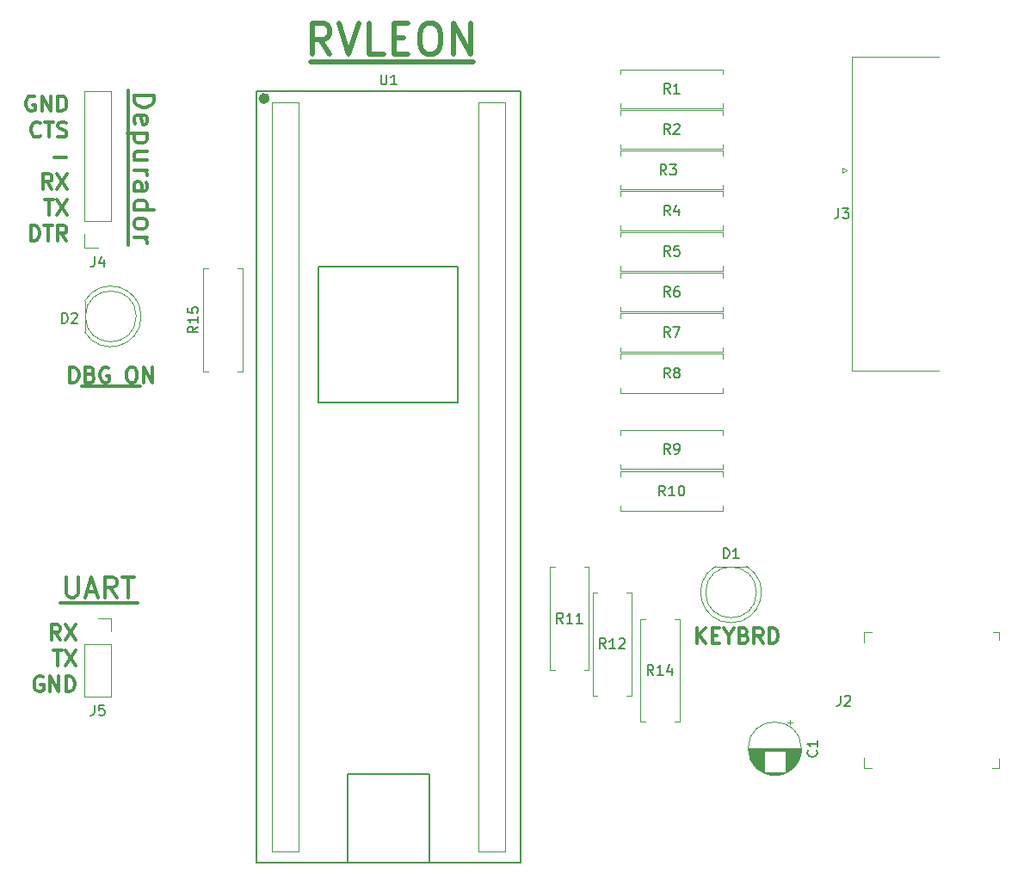
<source format=gbr>
G04 #@! TF.GenerationSoftware,KiCad,Pcbnew,5.0.2-bee76a0~70~ubuntu16.04.1*
G04 #@! TF.CreationDate,2024-02-25T20:47:19-04:00*
G04 #@! TF.ProjectId,leonrv,6c656f6e-7276-42e6-9b69-6361645f7063,rev?*
G04 #@! TF.SameCoordinates,Original*
G04 #@! TF.FileFunction,Legend,Top*
G04 #@! TF.FilePolarity,Positive*
%FSLAX46Y46*%
G04 Gerber Fmt 4.6, Leading zero omitted, Abs format (unit mm)*
G04 Created by KiCad (PCBNEW 5.0.2-bee76a0~70~ubuntu16.04.1) date dom 25 feb 2024 20:47:19 -04*
%MOMM*%
%LPD*%
G01*
G04 APERTURE LIST*
%ADD10C,0.300000*%
%ADD11C,0.200000*%
%ADD12C,0.500000*%
%ADD13C,0.120000*%
%ADD14C,0.100000*%
%ADD15C,0.600000*%
%ADD16C,0.150000*%
G04 APERTURE END LIST*
D10*
X149309523Y-94854761D02*
X149309523Y-96473809D01*
X149404761Y-96664285D01*
X149500000Y-96759523D01*
X149690476Y-96854761D01*
X150071428Y-96854761D01*
X150261904Y-96759523D01*
X150357142Y-96664285D01*
X150452380Y-96473809D01*
X150452380Y-94854761D01*
X151309523Y-96283333D02*
X152261904Y-96283333D01*
X151119047Y-96854761D02*
X151785714Y-94854761D01*
X152452380Y-96854761D01*
X154261904Y-96854761D02*
X153595238Y-95902380D01*
X153119047Y-96854761D02*
X153119047Y-94854761D01*
X153880952Y-94854761D01*
X154071428Y-94950000D01*
X154166666Y-95045238D01*
X154261904Y-95235714D01*
X154261904Y-95521428D01*
X154166666Y-95711904D01*
X154071428Y-95807142D01*
X153880952Y-95902380D01*
X153119047Y-95902380D01*
X154833333Y-94854761D02*
X155976190Y-94854761D01*
X155404761Y-96854761D02*
X155404761Y-94854761D01*
X148690476Y-97420000D02*
X150214285Y-97420000D01*
X150214285Y-97420000D02*
X151738095Y-97420000D01*
X151738095Y-97420000D02*
X153261904Y-97420000D01*
X153261904Y-97420000D02*
X154785714Y-97420000D01*
X154785714Y-97420000D02*
X156309523Y-97420000D01*
X149664285Y-75703571D02*
X149664285Y-74203571D01*
X150021428Y-74203571D01*
X150235714Y-74275000D01*
X150378571Y-74417857D01*
X150450000Y-74560714D01*
X150521428Y-74846428D01*
X150521428Y-75060714D01*
X150450000Y-75346428D01*
X150378571Y-75489285D01*
X150235714Y-75632142D01*
X150021428Y-75703571D01*
X149664285Y-75703571D01*
X151664285Y-74917857D02*
X151878571Y-74989285D01*
X151950000Y-75060714D01*
X152021428Y-75203571D01*
X152021428Y-75417857D01*
X151950000Y-75560714D01*
X151878571Y-75632142D01*
X151735714Y-75703571D01*
X151164285Y-75703571D01*
X151164285Y-74203571D01*
X151664285Y-74203571D01*
X151807142Y-74275000D01*
X151878571Y-74346428D01*
X151950000Y-74489285D01*
X151950000Y-74632142D01*
X151878571Y-74775000D01*
X151807142Y-74846428D01*
X151664285Y-74917857D01*
X151164285Y-74917857D01*
X153450000Y-74275000D02*
X153307142Y-74203571D01*
X153092857Y-74203571D01*
X152878571Y-74275000D01*
X152735714Y-74417857D01*
X152664285Y-74560714D01*
X152592857Y-74846428D01*
X152592857Y-75060714D01*
X152664285Y-75346428D01*
X152735714Y-75489285D01*
X152878571Y-75632142D01*
X153092857Y-75703571D01*
X153235714Y-75703571D01*
X153450000Y-75632142D01*
X153521428Y-75560714D01*
X153521428Y-75060714D01*
X153235714Y-75060714D01*
X155592857Y-74203571D02*
X155878571Y-74203571D01*
X156021428Y-74275000D01*
X156164285Y-74417857D01*
X156235714Y-74703571D01*
X156235714Y-75203571D01*
X156164285Y-75489285D01*
X156021428Y-75632142D01*
X155878571Y-75703571D01*
X155592857Y-75703571D01*
X155450000Y-75632142D01*
X155307142Y-75489285D01*
X155235714Y-75203571D01*
X155235714Y-74703571D01*
X155307142Y-74417857D01*
X155450000Y-74275000D01*
X155592857Y-74203571D01*
X156878571Y-75703571D02*
X156878571Y-74203571D01*
X157735714Y-75703571D01*
X157735714Y-74203571D01*
X150842857Y-76105000D02*
X151985714Y-76105000D01*
X151985714Y-76105000D02*
X153128571Y-76105000D01*
X153128571Y-76105000D02*
X154271428Y-76105000D01*
X154271428Y-76105000D02*
X155414285Y-76105000D01*
X155414285Y-76105000D02*
X156557142Y-76105000D01*
D11*
X174100000Y-77700000D02*
X174100000Y-64300000D01*
X187800000Y-64300000D02*
X174100000Y-64300000D01*
X187800000Y-77700000D02*
X187800000Y-64300000D01*
X174100000Y-77700000D02*
X187800000Y-77700000D01*
D10*
X211335714Y-101378571D02*
X211335714Y-99878571D01*
X212192857Y-101378571D02*
X211550000Y-100521428D01*
X212192857Y-99878571D02*
X211335714Y-100735714D01*
X212835714Y-100592857D02*
X213335714Y-100592857D01*
X213550000Y-101378571D02*
X212835714Y-101378571D01*
X212835714Y-99878571D01*
X213550000Y-99878571D01*
X214478571Y-100664285D02*
X214478571Y-101378571D01*
X213978571Y-99878571D02*
X214478571Y-100664285D01*
X214978571Y-99878571D01*
X215978571Y-100592857D02*
X216192857Y-100664285D01*
X216264285Y-100735714D01*
X216335714Y-100878571D01*
X216335714Y-101092857D01*
X216264285Y-101235714D01*
X216192857Y-101307142D01*
X216050000Y-101378571D01*
X215478571Y-101378571D01*
X215478571Y-99878571D01*
X215978571Y-99878571D01*
X216121428Y-99950000D01*
X216192857Y-100021428D01*
X216264285Y-100164285D01*
X216264285Y-100307142D01*
X216192857Y-100450000D01*
X216121428Y-100521428D01*
X215978571Y-100592857D01*
X215478571Y-100592857D01*
X217835714Y-101378571D02*
X217335714Y-100664285D01*
X216978571Y-101378571D02*
X216978571Y-99878571D01*
X217550000Y-99878571D01*
X217692857Y-99950000D01*
X217764285Y-100021428D01*
X217835714Y-100164285D01*
X217835714Y-100378571D01*
X217764285Y-100521428D01*
X217692857Y-100592857D01*
X217550000Y-100664285D01*
X216978571Y-100664285D01*
X218478571Y-101378571D02*
X218478571Y-99878571D01*
X218835714Y-99878571D01*
X219050000Y-99950000D01*
X219192857Y-100092857D01*
X219264285Y-100235714D01*
X219335714Y-100521428D01*
X219335714Y-100735714D01*
X219264285Y-101021428D01*
X219192857Y-101164285D01*
X219050000Y-101307142D01*
X218835714Y-101378571D01*
X218478571Y-101378571D01*
X148690714Y-101028571D02*
X148190714Y-100314285D01*
X147833571Y-101028571D02*
X147833571Y-99528571D01*
X148405000Y-99528571D01*
X148547857Y-99600000D01*
X148619285Y-99671428D01*
X148690714Y-99814285D01*
X148690714Y-100028571D01*
X148619285Y-100171428D01*
X148547857Y-100242857D01*
X148405000Y-100314285D01*
X147833571Y-100314285D01*
X149190714Y-99528571D02*
X150190714Y-101028571D01*
X150190714Y-99528571D02*
X149190714Y-101028571D01*
X147976428Y-102078571D02*
X148833571Y-102078571D01*
X148405000Y-103578571D02*
X148405000Y-102078571D01*
X149190714Y-102078571D02*
X150190714Y-103578571D01*
X150190714Y-102078571D02*
X149190714Y-103578571D01*
X146976428Y-104700000D02*
X146833571Y-104628571D01*
X146619285Y-104628571D01*
X146405000Y-104700000D01*
X146262142Y-104842857D01*
X146190714Y-104985714D01*
X146119285Y-105271428D01*
X146119285Y-105485714D01*
X146190714Y-105771428D01*
X146262142Y-105914285D01*
X146405000Y-106057142D01*
X146619285Y-106128571D01*
X146762142Y-106128571D01*
X146976428Y-106057142D01*
X147047857Y-105985714D01*
X147047857Y-105485714D01*
X146762142Y-105485714D01*
X147690714Y-106128571D02*
X147690714Y-104628571D01*
X148547857Y-106128571D01*
X148547857Y-104628571D01*
X149262142Y-106128571D02*
X149262142Y-104628571D01*
X149619285Y-104628571D01*
X149833571Y-104700000D01*
X149976428Y-104842857D01*
X150047857Y-104985714D01*
X150119285Y-105271428D01*
X150119285Y-105485714D01*
X150047857Y-105771428D01*
X149976428Y-105914285D01*
X149833571Y-106057142D01*
X149619285Y-106128571D01*
X149262142Y-106128571D01*
X155945238Y-47457142D02*
X157945238Y-47457142D01*
X157945238Y-47933333D01*
X157850000Y-48219047D01*
X157659523Y-48409523D01*
X157469047Y-48504761D01*
X157088095Y-48600000D01*
X156802380Y-48600000D01*
X156421428Y-48504761D01*
X156230952Y-48409523D01*
X156040476Y-48219047D01*
X155945238Y-47933333D01*
X155945238Y-47457142D01*
X156040476Y-50219047D02*
X155945238Y-50028571D01*
X155945238Y-49647619D01*
X156040476Y-49457142D01*
X156230952Y-49361904D01*
X156992857Y-49361904D01*
X157183333Y-49457142D01*
X157278571Y-49647619D01*
X157278571Y-50028571D01*
X157183333Y-50219047D01*
X156992857Y-50314285D01*
X156802380Y-50314285D01*
X156611904Y-49361904D01*
X157278571Y-51171428D02*
X155278571Y-51171428D01*
X157183333Y-51171428D02*
X157278571Y-51361904D01*
X157278571Y-51742857D01*
X157183333Y-51933333D01*
X157088095Y-52028571D01*
X156897619Y-52123809D01*
X156326190Y-52123809D01*
X156135714Y-52028571D01*
X156040476Y-51933333D01*
X155945238Y-51742857D01*
X155945238Y-51361904D01*
X156040476Y-51171428D01*
X157278571Y-53838095D02*
X155945238Y-53838095D01*
X157278571Y-52980952D02*
X156230952Y-52980952D01*
X156040476Y-53076190D01*
X155945238Y-53266666D01*
X155945238Y-53552380D01*
X156040476Y-53742857D01*
X156135714Y-53838095D01*
X155945238Y-54790476D02*
X157278571Y-54790476D01*
X156897619Y-54790476D02*
X157088095Y-54885714D01*
X157183333Y-54980952D01*
X157278571Y-55171428D01*
X157278571Y-55361904D01*
X155945238Y-56885714D02*
X156992857Y-56885714D01*
X157183333Y-56790476D01*
X157278571Y-56600000D01*
X157278571Y-56219047D01*
X157183333Y-56028571D01*
X156040476Y-56885714D02*
X155945238Y-56695238D01*
X155945238Y-56219047D01*
X156040476Y-56028571D01*
X156230952Y-55933333D01*
X156421428Y-55933333D01*
X156611904Y-56028571D01*
X156707142Y-56219047D01*
X156707142Y-56695238D01*
X156802380Y-56885714D01*
X155945238Y-58695238D02*
X157945238Y-58695238D01*
X156040476Y-58695238D02*
X155945238Y-58504761D01*
X155945238Y-58123809D01*
X156040476Y-57933333D01*
X156135714Y-57838095D01*
X156326190Y-57742857D01*
X156897619Y-57742857D01*
X157088095Y-57838095D01*
X157183333Y-57933333D01*
X157278571Y-58123809D01*
X157278571Y-58504761D01*
X157183333Y-58695238D01*
X155945238Y-59933333D02*
X156040476Y-59742857D01*
X156135714Y-59647619D01*
X156326190Y-59552380D01*
X156897619Y-59552380D01*
X157088095Y-59647619D01*
X157183333Y-59742857D01*
X157278571Y-59933333D01*
X157278571Y-60219047D01*
X157183333Y-60409523D01*
X157088095Y-60504761D01*
X156897619Y-60600000D01*
X156326190Y-60600000D01*
X156135714Y-60504761D01*
X156040476Y-60409523D01*
X155945238Y-60219047D01*
X155945238Y-59933333D01*
X155945238Y-61457142D02*
X157278571Y-61457142D01*
X156897619Y-61457142D02*
X157088095Y-61552380D01*
X157183333Y-61647619D01*
X157278571Y-61838095D01*
X157278571Y-62028571D01*
X155380000Y-46980952D02*
X155380000Y-48504761D01*
X155380000Y-48504761D02*
X155380000Y-50028571D01*
X155380000Y-50028571D02*
X155380000Y-51552380D01*
X155380000Y-51552380D02*
X155380000Y-53076190D01*
X155380000Y-53076190D02*
X155380000Y-54600000D01*
X155380000Y-54600000D02*
X155380000Y-56123809D01*
X155380000Y-56123809D02*
X155380000Y-57647619D01*
X155380000Y-57647619D02*
X155380000Y-59171428D01*
X155380000Y-59171428D02*
X155380000Y-60695238D01*
X155380000Y-60695238D02*
X155380000Y-62219047D01*
X146176428Y-47575000D02*
X146033571Y-47503571D01*
X145819285Y-47503571D01*
X145605000Y-47575000D01*
X145462142Y-47717857D01*
X145390714Y-47860714D01*
X145319285Y-48146428D01*
X145319285Y-48360714D01*
X145390714Y-48646428D01*
X145462142Y-48789285D01*
X145605000Y-48932142D01*
X145819285Y-49003571D01*
X145962142Y-49003571D01*
X146176428Y-48932142D01*
X146247857Y-48860714D01*
X146247857Y-48360714D01*
X145962142Y-48360714D01*
X146890714Y-49003571D02*
X146890714Y-47503571D01*
X147747857Y-49003571D01*
X147747857Y-47503571D01*
X148462142Y-49003571D02*
X148462142Y-47503571D01*
X148819285Y-47503571D01*
X149033571Y-47575000D01*
X149176428Y-47717857D01*
X149247857Y-47860714D01*
X149319285Y-48146428D01*
X149319285Y-48360714D01*
X149247857Y-48646428D01*
X149176428Y-48789285D01*
X149033571Y-48932142D01*
X148819285Y-49003571D01*
X148462142Y-49003571D01*
X146747857Y-51410714D02*
X146676428Y-51482142D01*
X146462142Y-51553571D01*
X146319285Y-51553571D01*
X146105000Y-51482142D01*
X145962142Y-51339285D01*
X145890714Y-51196428D01*
X145819285Y-50910714D01*
X145819285Y-50696428D01*
X145890714Y-50410714D01*
X145962142Y-50267857D01*
X146105000Y-50125000D01*
X146319285Y-50053571D01*
X146462142Y-50053571D01*
X146676428Y-50125000D01*
X146747857Y-50196428D01*
X147176428Y-50053571D02*
X148033571Y-50053571D01*
X147605000Y-51553571D02*
X147605000Y-50053571D01*
X148462142Y-51482142D02*
X148676428Y-51553571D01*
X149033571Y-51553571D01*
X149176428Y-51482142D01*
X149247857Y-51410714D01*
X149319285Y-51267857D01*
X149319285Y-51125000D01*
X149247857Y-50982142D01*
X149176428Y-50910714D01*
X149033571Y-50839285D01*
X148747857Y-50767857D01*
X148605000Y-50696428D01*
X148533571Y-50625000D01*
X148462142Y-50482142D01*
X148462142Y-50339285D01*
X148533571Y-50196428D01*
X148605000Y-50125000D01*
X148747857Y-50053571D01*
X149105000Y-50053571D01*
X149319285Y-50125000D01*
X148105000Y-53532142D02*
X149247857Y-53532142D01*
X147890714Y-56653571D02*
X147390714Y-55939285D01*
X147033571Y-56653571D02*
X147033571Y-55153571D01*
X147605000Y-55153571D01*
X147747857Y-55225000D01*
X147819285Y-55296428D01*
X147890714Y-55439285D01*
X147890714Y-55653571D01*
X147819285Y-55796428D01*
X147747857Y-55867857D01*
X147605000Y-55939285D01*
X147033571Y-55939285D01*
X148390714Y-55153571D02*
X149390714Y-56653571D01*
X149390714Y-55153571D02*
X148390714Y-56653571D01*
X147176428Y-57703571D02*
X148033571Y-57703571D01*
X147605000Y-59203571D02*
X147605000Y-57703571D01*
X148390714Y-57703571D02*
X149390714Y-59203571D01*
X149390714Y-57703571D02*
X148390714Y-59203571D01*
X145819285Y-61753571D02*
X145819285Y-60253571D01*
X146176428Y-60253571D01*
X146390714Y-60325000D01*
X146533571Y-60467857D01*
X146605000Y-60610714D01*
X146676428Y-60896428D01*
X146676428Y-61110714D01*
X146605000Y-61396428D01*
X146533571Y-61539285D01*
X146390714Y-61682142D01*
X146176428Y-61753571D01*
X145819285Y-61753571D01*
X147105000Y-60253571D02*
X147962142Y-60253571D01*
X147533571Y-61753571D02*
X147533571Y-60253571D01*
X149319285Y-61753571D02*
X148819285Y-61039285D01*
X148462142Y-61753571D02*
X148462142Y-60253571D01*
X149033571Y-60253571D01*
X149176428Y-60325000D01*
X149247857Y-60396428D01*
X149319285Y-60539285D01*
X149319285Y-60753571D01*
X149247857Y-60896428D01*
X149176428Y-60967857D01*
X149033571Y-61039285D01*
X148462142Y-61039285D01*
D12*
X175228571Y-43357142D02*
X174228571Y-41928571D01*
X173514285Y-43357142D02*
X173514285Y-40357142D01*
X174657142Y-40357142D01*
X174942857Y-40500000D01*
X175085714Y-40642857D01*
X175228571Y-40928571D01*
X175228571Y-41357142D01*
X175085714Y-41642857D01*
X174942857Y-41785714D01*
X174657142Y-41928571D01*
X173514285Y-41928571D01*
X176085714Y-40357142D02*
X177085714Y-43357142D01*
X178085714Y-40357142D01*
X180514285Y-43357142D02*
X179085714Y-43357142D01*
X179085714Y-40357142D01*
X181514285Y-41785714D02*
X182514285Y-41785714D01*
X182942857Y-43357142D02*
X181514285Y-43357142D01*
X181514285Y-40357142D01*
X182942857Y-40357142D01*
X184800000Y-40357142D02*
X185371428Y-40357142D01*
X185657142Y-40500000D01*
X185942857Y-40785714D01*
X186085714Y-41357142D01*
X186085714Y-42357142D01*
X185942857Y-42928571D01*
X185657142Y-43214285D01*
X185371428Y-43357142D01*
X184800000Y-43357142D01*
X184514285Y-43214285D01*
X184228571Y-42928571D01*
X184085714Y-42357142D01*
X184085714Y-41357142D01*
X184228571Y-40785714D01*
X184514285Y-40500000D01*
X184800000Y-40357142D01*
X187371428Y-43357142D02*
X187371428Y-40357142D01*
X189085714Y-43357142D01*
X189085714Y-40357142D01*
X173300000Y-44190000D02*
X175585714Y-44190000D01*
X175585714Y-44190000D02*
X177871428Y-44190000D01*
X177871428Y-44190000D02*
X180157142Y-44190000D01*
X180157142Y-44190000D02*
X182442857Y-44190000D01*
X182442857Y-44190000D02*
X184728571Y-44190000D01*
X184728571Y-44190000D02*
X187014285Y-44190000D01*
X187014285Y-44190000D02*
X189300000Y-44190000D01*
D13*
G04 #@! TO.C,J3*
X235150000Y-74585000D02*
X226550000Y-74585000D01*
X226550000Y-74585000D02*
X226550000Y-43615000D01*
X226550000Y-43615000D02*
X235150000Y-43615000D01*
X225655662Y-55035000D02*
X225655662Y-54535000D01*
X225655662Y-54535000D02*
X226088675Y-54785000D01*
X226088675Y-54785000D02*
X225655662Y-55035000D01*
G04 #@! TO.C,R1*
X213920000Y-48720000D02*
X213920000Y-48240000D01*
X203780000Y-48720000D02*
X213920000Y-48720000D01*
X203780000Y-48240000D02*
X203780000Y-48720000D01*
X213920000Y-44880000D02*
X213920000Y-45360000D01*
X203780000Y-44880000D02*
X213920000Y-44880000D01*
X203780000Y-45360000D02*
X203780000Y-44880000D01*
G04 #@! TO.C,R3*
X203780000Y-53360000D02*
X203780000Y-52880000D01*
X203780000Y-52880000D02*
X213920000Y-52880000D01*
X213920000Y-52880000D02*
X213920000Y-53360000D01*
X203780000Y-56240000D02*
X203780000Y-56720000D01*
X203780000Y-56720000D02*
X213920000Y-56720000D01*
X213920000Y-56720000D02*
X213920000Y-56240000D01*
G04 #@! TO.C,R2*
X213920000Y-52720000D02*
X213920000Y-52240000D01*
X203780000Y-52720000D02*
X213920000Y-52720000D01*
X203780000Y-52240000D02*
X203780000Y-52720000D01*
X213920000Y-48880000D02*
X213920000Y-49360000D01*
X203780000Y-48880000D02*
X213920000Y-48880000D01*
X203780000Y-49360000D02*
X203780000Y-48880000D01*
G04 #@! TO.C,R9*
X203780000Y-80860000D02*
X203780000Y-80380000D01*
X203780000Y-80380000D02*
X213920000Y-80380000D01*
X213920000Y-80380000D02*
X213920000Y-80860000D01*
X203780000Y-83740000D02*
X203780000Y-84220000D01*
X203780000Y-84220000D02*
X213920000Y-84220000D01*
X213920000Y-84220000D02*
X213920000Y-83740000D01*
G04 #@! TO.C,R10*
X213920000Y-88320000D02*
X213920000Y-87840000D01*
X203780000Y-88320000D02*
X213920000Y-88320000D01*
X203780000Y-87840000D02*
X203780000Y-88320000D01*
X213920000Y-84480000D02*
X213920000Y-84960000D01*
X203780000Y-84480000D02*
X213920000Y-84480000D01*
X203780000Y-84960000D02*
X203780000Y-84480000D01*
G04 #@! TO.C,R7*
X203780000Y-69360000D02*
X203780000Y-68880000D01*
X203780000Y-68880000D02*
X213920000Y-68880000D01*
X213920000Y-68880000D02*
X213920000Y-69360000D01*
X203780000Y-72240000D02*
X203780000Y-72720000D01*
X203780000Y-72720000D02*
X213920000Y-72720000D01*
X213920000Y-72720000D02*
X213920000Y-72240000D01*
G04 #@! TO.C,R5*
X203780000Y-61360000D02*
X203780000Y-60880000D01*
X203780000Y-60880000D02*
X213920000Y-60880000D01*
X213920000Y-60880000D02*
X213920000Y-61360000D01*
X203780000Y-64240000D02*
X203780000Y-64720000D01*
X203780000Y-64720000D02*
X213920000Y-64720000D01*
X213920000Y-64720000D02*
X213920000Y-64240000D01*
G04 #@! TO.C,R6*
X213920000Y-68720000D02*
X213920000Y-68240000D01*
X203780000Y-68720000D02*
X213920000Y-68720000D01*
X203780000Y-68240000D02*
X203780000Y-68720000D01*
X213920000Y-64880000D02*
X213920000Y-65360000D01*
X203780000Y-64880000D02*
X213920000Y-64880000D01*
X203780000Y-65360000D02*
X203780000Y-64880000D01*
G04 #@! TO.C,R8*
X213920000Y-76720000D02*
X213920000Y-76240000D01*
X203780000Y-76720000D02*
X213920000Y-76720000D01*
X203780000Y-76240000D02*
X203780000Y-76720000D01*
X213920000Y-72880000D02*
X213920000Y-73360000D01*
X203780000Y-72880000D02*
X213920000Y-72880000D01*
X203780000Y-73360000D02*
X203780000Y-72880000D01*
G04 #@! TO.C,R4*
X213920000Y-60720000D02*
X213920000Y-60240000D01*
X203780000Y-60720000D02*
X213920000Y-60720000D01*
X203780000Y-60240000D02*
X203780000Y-60720000D01*
X213920000Y-56880000D02*
X213920000Y-57360000D01*
X203780000Y-56880000D02*
X213920000Y-56880000D01*
X203780000Y-57360000D02*
X203780000Y-56880000D01*
G04 #@! TO.C,J5*
X151070000Y-101490000D02*
X153730000Y-101490000D01*
X151070000Y-101490000D02*
X151070000Y-106630000D01*
X151070000Y-106630000D02*
X153730000Y-106630000D01*
X153730000Y-101490000D02*
X153730000Y-106630000D01*
X153730000Y-98890000D02*
X153730000Y-100220000D01*
X152400000Y-98890000D02*
X153730000Y-98890000D01*
G04 #@! TO.C,R14*
X205780000Y-109120000D02*
X206260000Y-109120000D01*
X205780000Y-98980000D02*
X205780000Y-109120000D01*
X206260000Y-98980000D02*
X205780000Y-98980000D01*
X209620000Y-109120000D02*
X209140000Y-109120000D01*
X209620000Y-98980000D02*
X209620000Y-109120000D01*
X209140000Y-98980000D02*
X209620000Y-98980000D01*
D14*
G04 #@! TO.C,J2*
X241105000Y-112700000D02*
X241105000Y-113675000D01*
X241105000Y-113675000D02*
X240430000Y-113675000D01*
X240455000Y-100325000D02*
X241105000Y-100325000D01*
X241105000Y-100325000D02*
X241105000Y-101025000D01*
X227775000Y-112650000D02*
X227775000Y-113675000D01*
X227775000Y-113675000D02*
X228575000Y-113675000D01*
X227775000Y-101275000D02*
X227775000Y-100325000D01*
X227775000Y-100325000D02*
X228500000Y-100325000D01*
D13*
G04 #@! TO.C,C1*
X221620000Y-111750000D02*
G75*
G03X221620000Y-111750000I-2620000J0D01*
G01*
X221580000Y-111750000D02*
X216420000Y-111750000D01*
X221580000Y-111790000D02*
X216420000Y-111790000D01*
X221579000Y-111830000D02*
X216421000Y-111830000D01*
X221578000Y-111870000D02*
X216422000Y-111870000D01*
X221576000Y-111910000D02*
X216424000Y-111910000D01*
X221573000Y-111950000D02*
X216427000Y-111950000D01*
X221569000Y-111990000D02*
X220040000Y-111990000D01*
X217960000Y-111990000D02*
X216431000Y-111990000D01*
X221565000Y-112030000D02*
X220040000Y-112030000D01*
X217960000Y-112030000D02*
X216435000Y-112030000D01*
X221561000Y-112070000D02*
X220040000Y-112070000D01*
X217960000Y-112070000D02*
X216439000Y-112070000D01*
X221556000Y-112110000D02*
X220040000Y-112110000D01*
X217960000Y-112110000D02*
X216444000Y-112110000D01*
X221550000Y-112150000D02*
X220040000Y-112150000D01*
X217960000Y-112150000D02*
X216450000Y-112150000D01*
X221543000Y-112190000D02*
X220040000Y-112190000D01*
X217960000Y-112190000D02*
X216457000Y-112190000D01*
X221536000Y-112230000D02*
X220040000Y-112230000D01*
X217960000Y-112230000D02*
X216464000Y-112230000D01*
X221528000Y-112270000D02*
X220040000Y-112270000D01*
X217960000Y-112270000D02*
X216472000Y-112270000D01*
X221520000Y-112310000D02*
X220040000Y-112310000D01*
X217960000Y-112310000D02*
X216480000Y-112310000D01*
X221511000Y-112350000D02*
X220040000Y-112350000D01*
X217960000Y-112350000D02*
X216489000Y-112350000D01*
X221501000Y-112390000D02*
X220040000Y-112390000D01*
X217960000Y-112390000D02*
X216499000Y-112390000D01*
X221491000Y-112430000D02*
X220040000Y-112430000D01*
X217960000Y-112430000D02*
X216509000Y-112430000D01*
X221480000Y-112471000D02*
X220040000Y-112471000D01*
X217960000Y-112471000D02*
X216520000Y-112471000D01*
X221468000Y-112511000D02*
X220040000Y-112511000D01*
X217960000Y-112511000D02*
X216532000Y-112511000D01*
X221455000Y-112551000D02*
X220040000Y-112551000D01*
X217960000Y-112551000D02*
X216545000Y-112551000D01*
X221442000Y-112591000D02*
X220040000Y-112591000D01*
X217960000Y-112591000D02*
X216558000Y-112591000D01*
X221428000Y-112631000D02*
X220040000Y-112631000D01*
X217960000Y-112631000D02*
X216572000Y-112631000D01*
X221414000Y-112671000D02*
X220040000Y-112671000D01*
X217960000Y-112671000D02*
X216586000Y-112671000D01*
X221398000Y-112711000D02*
X220040000Y-112711000D01*
X217960000Y-112711000D02*
X216602000Y-112711000D01*
X221382000Y-112751000D02*
X220040000Y-112751000D01*
X217960000Y-112751000D02*
X216618000Y-112751000D01*
X221365000Y-112791000D02*
X220040000Y-112791000D01*
X217960000Y-112791000D02*
X216635000Y-112791000D01*
X221348000Y-112831000D02*
X220040000Y-112831000D01*
X217960000Y-112831000D02*
X216652000Y-112831000D01*
X221329000Y-112871000D02*
X220040000Y-112871000D01*
X217960000Y-112871000D02*
X216671000Y-112871000D01*
X221310000Y-112911000D02*
X220040000Y-112911000D01*
X217960000Y-112911000D02*
X216690000Y-112911000D01*
X221290000Y-112951000D02*
X220040000Y-112951000D01*
X217960000Y-112951000D02*
X216710000Y-112951000D01*
X221268000Y-112991000D02*
X220040000Y-112991000D01*
X217960000Y-112991000D02*
X216732000Y-112991000D01*
X221247000Y-113031000D02*
X220040000Y-113031000D01*
X217960000Y-113031000D02*
X216753000Y-113031000D01*
X221224000Y-113071000D02*
X220040000Y-113071000D01*
X217960000Y-113071000D02*
X216776000Y-113071000D01*
X221200000Y-113111000D02*
X220040000Y-113111000D01*
X217960000Y-113111000D02*
X216800000Y-113111000D01*
X221175000Y-113151000D02*
X220040000Y-113151000D01*
X217960000Y-113151000D02*
X216825000Y-113151000D01*
X221149000Y-113191000D02*
X220040000Y-113191000D01*
X217960000Y-113191000D02*
X216851000Y-113191000D01*
X221122000Y-113231000D02*
X220040000Y-113231000D01*
X217960000Y-113231000D02*
X216878000Y-113231000D01*
X221095000Y-113271000D02*
X220040000Y-113271000D01*
X217960000Y-113271000D02*
X216905000Y-113271000D01*
X221065000Y-113311000D02*
X220040000Y-113311000D01*
X217960000Y-113311000D02*
X216935000Y-113311000D01*
X221035000Y-113351000D02*
X220040000Y-113351000D01*
X217960000Y-113351000D02*
X216965000Y-113351000D01*
X221004000Y-113391000D02*
X220040000Y-113391000D01*
X217960000Y-113391000D02*
X216996000Y-113391000D01*
X220971000Y-113431000D02*
X220040000Y-113431000D01*
X217960000Y-113431000D02*
X217029000Y-113431000D01*
X220937000Y-113471000D02*
X220040000Y-113471000D01*
X217960000Y-113471000D02*
X217063000Y-113471000D01*
X220901000Y-113511000D02*
X220040000Y-113511000D01*
X217960000Y-113511000D02*
X217099000Y-113511000D01*
X220864000Y-113551000D02*
X220040000Y-113551000D01*
X217960000Y-113551000D02*
X217136000Y-113551000D01*
X220826000Y-113591000D02*
X220040000Y-113591000D01*
X217960000Y-113591000D02*
X217174000Y-113591000D01*
X220785000Y-113631000D02*
X220040000Y-113631000D01*
X217960000Y-113631000D02*
X217215000Y-113631000D01*
X220743000Y-113671000D02*
X220040000Y-113671000D01*
X217960000Y-113671000D02*
X217257000Y-113671000D01*
X220699000Y-113711000D02*
X220040000Y-113711000D01*
X217960000Y-113711000D02*
X217301000Y-113711000D01*
X220653000Y-113751000D02*
X220040000Y-113751000D01*
X217960000Y-113751000D02*
X217347000Y-113751000D01*
X220605000Y-113791000D02*
X220040000Y-113791000D01*
X217960000Y-113791000D02*
X217395000Y-113791000D01*
X220554000Y-113831000D02*
X220040000Y-113831000D01*
X217960000Y-113831000D02*
X217446000Y-113831000D01*
X220500000Y-113871000D02*
X220040000Y-113871000D01*
X217960000Y-113871000D02*
X217500000Y-113871000D01*
X220443000Y-113911000D02*
X220040000Y-113911000D01*
X217960000Y-113911000D02*
X217557000Y-113911000D01*
X220383000Y-113951000D02*
X220040000Y-113951000D01*
X217960000Y-113951000D02*
X217617000Y-113951000D01*
X220319000Y-113991000D02*
X220040000Y-113991000D01*
X217960000Y-113991000D02*
X217681000Y-113991000D01*
X220251000Y-114031000D02*
X220040000Y-114031000D01*
X217960000Y-114031000D02*
X217749000Y-114031000D01*
X220178000Y-114071000D02*
X217822000Y-114071000D01*
X220098000Y-114111000D02*
X217902000Y-114111000D01*
X220011000Y-114151000D02*
X217989000Y-114151000D01*
X219915000Y-114191000D02*
X218085000Y-114191000D01*
X219805000Y-114231000D02*
X218195000Y-114231000D01*
X219677000Y-114271000D02*
X218323000Y-114271000D01*
X219518000Y-114311000D02*
X218482000Y-114311000D01*
X219284000Y-114351000D02*
X218716000Y-114351000D01*
X220475000Y-108945225D02*
X220475000Y-109445225D01*
X220725000Y-109195225D02*
X220225000Y-109195225D01*
G04 #@! TO.C,R12*
X201080000Y-106520000D02*
X201560000Y-106520000D01*
X201080000Y-96380000D02*
X201080000Y-106520000D01*
X201560000Y-96380000D02*
X201080000Y-96380000D01*
X204920000Y-106520000D02*
X204440000Y-106520000D01*
X204920000Y-96380000D02*
X204920000Y-106520000D01*
X204440000Y-96380000D02*
X204920000Y-96380000D01*
G04 #@! TO.C,R11*
X200240000Y-93880000D02*
X200720000Y-93880000D01*
X200720000Y-93880000D02*
X200720000Y-104020000D01*
X200720000Y-104020000D02*
X200240000Y-104020000D01*
X197360000Y-93880000D02*
X196880000Y-93880000D01*
X196880000Y-93880000D02*
X196880000Y-104020000D01*
X196880000Y-104020000D02*
X197360000Y-104020000D01*
G04 #@! TO.C,D1*
X214699538Y-99360000D02*
G75*
G03X216244830Y-93810000I462J2990000D01*
G01*
X214700462Y-99360000D02*
G75*
G02X213155170Y-93810000I-462J2990000D01*
G01*
X217200000Y-96370000D02*
G75*
G03X217200000Y-96370000I-2500000J0D01*
G01*
X216245000Y-93810000D02*
X213155000Y-93810000D01*
G04 #@! TO.C,J4*
X152400000Y-62430000D02*
X151070000Y-62430000D01*
X151070000Y-62430000D02*
X151070000Y-61100000D01*
X151070000Y-59830000D02*
X151070000Y-47070000D01*
X153730000Y-47070000D02*
X151070000Y-47070000D01*
X153730000Y-59830000D02*
X153730000Y-47070000D01*
X153730000Y-59830000D02*
X151070000Y-59830000D01*
G04 #@! TO.C,U1*
X169510000Y-48100000D02*
X172170000Y-48100000D01*
X169510000Y-121900000D02*
X172170000Y-121900000D01*
X172170000Y-48100000D02*
X172170000Y-121900000D01*
X169510000Y-48100000D02*
X169510000Y-121900000D01*
X189830000Y-48100000D02*
X192490000Y-48100000D01*
X189830000Y-121900000D02*
X192490000Y-121900000D01*
X192490000Y-48100000D02*
X192490000Y-121900000D01*
X189830000Y-48100000D02*
X189830000Y-121900000D01*
D11*
X168000000Y-47000000D02*
X194000000Y-47000000D01*
X168000000Y-123000000D02*
X194000000Y-123000000D01*
X168000000Y-47000000D02*
X168000000Y-123000000D01*
X194000000Y-47000000D02*
X194000000Y-123000000D01*
X177000000Y-123000000D02*
X177000000Y-114250000D01*
X177000000Y-114250000D02*
X185000000Y-114250000D01*
X185000000Y-114250000D02*
X185000000Y-123000000D01*
D15*
X169000000Y-47750000D02*
G75*
G03X169000000Y-47750000I-250000J0D01*
G01*
D13*
G04 #@! TO.C,D2*
X156660000Y-69200462D02*
G75*
G03X151110000Y-67655170I-2990000J462D01*
G01*
X156660000Y-69199538D02*
G75*
G02X151110000Y-70744830I-2990000J-462D01*
G01*
X156170000Y-69200000D02*
G75*
G03X156170000Y-69200000I-2500000J0D01*
G01*
X151110000Y-67655000D02*
X151110000Y-70745000D01*
G04 #@! TO.C,R15*
X163260000Y-74620000D02*
X162780000Y-74620000D01*
X162780000Y-74620000D02*
X162780000Y-64480000D01*
X162780000Y-64480000D02*
X163260000Y-64480000D01*
X166140000Y-74620000D02*
X166620000Y-74620000D01*
X166620000Y-74620000D02*
X166620000Y-64480000D01*
X166620000Y-64480000D02*
X166140000Y-64480000D01*
G04 #@! TO.C,J3*
D16*
X225276666Y-58552380D02*
X225276666Y-59266666D01*
X225229047Y-59409523D01*
X225133809Y-59504761D01*
X224990952Y-59552380D01*
X224895714Y-59552380D01*
X225657619Y-58552380D02*
X226276666Y-58552380D01*
X225943333Y-58933333D01*
X226086190Y-58933333D01*
X226181428Y-58980952D01*
X226229047Y-59028571D01*
X226276666Y-59123809D01*
X226276666Y-59361904D01*
X226229047Y-59457142D01*
X226181428Y-59504761D01*
X226086190Y-59552380D01*
X225800476Y-59552380D01*
X225705238Y-59504761D01*
X225657619Y-59457142D01*
G04 #@! TO.C,R1*
X208683333Y-47252380D02*
X208350000Y-46776190D01*
X208111904Y-47252380D02*
X208111904Y-46252380D01*
X208492857Y-46252380D01*
X208588095Y-46300000D01*
X208635714Y-46347619D01*
X208683333Y-46442857D01*
X208683333Y-46585714D01*
X208635714Y-46680952D01*
X208588095Y-46728571D01*
X208492857Y-46776190D01*
X208111904Y-46776190D01*
X209635714Y-47252380D02*
X209064285Y-47252380D01*
X209350000Y-47252380D02*
X209350000Y-46252380D01*
X209254761Y-46395238D01*
X209159523Y-46490476D01*
X209064285Y-46538095D01*
G04 #@! TO.C,R3*
X208333333Y-55252380D02*
X208000000Y-54776190D01*
X207761904Y-55252380D02*
X207761904Y-54252380D01*
X208142857Y-54252380D01*
X208238095Y-54300000D01*
X208285714Y-54347619D01*
X208333333Y-54442857D01*
X208333333Y-54585714D01*
X208285714Y-54680952D01*
X208238095Y-54728571D01*
X208142857Y-54776190D01*
X207761904Y-54776190D01*
X208666666Y-54252380D02*
X209285714Y-54252380D01*
X208952380Y-54633333D01*
X209095238Y-54633333D01*
X209190476Y-54680952D01*
X209238095Y-54728571D01*
X209285714Y-54823809D01*
X209285714Y-55061904D01*
X209238095Y-55157142D01*
X209190476Y-55204761D01*
X209095238Y-55252380D01*
X208809523Y-55252380D01*
X208714285Y-55204761D01*
X208666666Y-55157142D01*
G04 #@! TO.C,R2*
X208683333Y-51252380D02*
X208350000Y-50776190D01*
X208111904Y-51252380D02*
X208111904Y-50252380D01*
X208492857Y-50252380D01*
X208588095Y-50300000D01*
X208635714Y-50347619D01*
X208683333Y-50442857D01*
X208683333Y-50585714D01*
X208635714Y-50680952D01*
X208588095Y-50728571D01*
X208492857Y-50776190D01*
X208111904Y-50776190D01*
X209064285Y-50347619D02*
X209111904Y-50300000D01*
X209207142Y-50252380D01*
X209445238Y-50252380D01*
X209540476Y-50300000D01*
X209588095Y-50347619D01*
X209635714Y-50442857D01*
X209635714Y-50538095D01*
X209588095Y-50680952D01*
X209016666Y-51252380D01*
X209635714Y-51252380D01*
G04 #@! TO.C,R9*
X208683333Y-82752380D02*
X208350000Y-82276190D01*
X208111904Y-82752380D02*
X208111904Y-81752380D01*
X208492857Y-81752380D01*
X208588095Y-81800000D01*
X208635714Y-81847619D01*
X208683333Y-81942857D01*
X208683333Y-82085714D01*
X208635714Y-82180952D01*
X208588095Y-82228571D01*
X208492857Y-82276190D01*
X208111904Y-82276190D01*
X209159523Y-82752380D02*
X209350000Y-82752380D01*
X209445238Y-82704761D01*
X209492857Y-82657142D01*
X209588095Y-82514285D01*
X209635714Y-82323809D01*
X209635714Y-81942857D01*
X209588095Y-81847619D01*
X209540476Y-81800000D01*
X209445238Y-81752380D01*
X209254761Y-81752380D01*
X209159523Y-81800000D01*
X209111904Y-81847619D01*
X209064285Y-81942857D01*
X209064285Y-82180952D01*
X209111904Y-82276190D01*
X209159523Y-82323809D01*
X209254761Y-82371428D01*
X209445238Y-82371428D01*
X209540476Y-82323809D01*
X209588095Y-82276190D01*
X209635714Y-82180952D01*
G04 #@! TO.C,R10*
X208207142Y-86852380D02*
X207873809Y-86376190D01*
X207635714Y-86852380D02*
X207635714Y-85852380D01*
X208016666Y-85852380D01*
X208111904Y-85900000D01*
X208159523Y-85947619D01*
X208207142Y-86042857D01*
X208207142Y-86185714D01*
X208159523Y-86280952D01*
X208111904Y-86328571D01*
X208016666Y-86376190D01*
X207635714Y-86376190D01*
X209159523Y-86852380D02*
X208588095Y-86852380D01*
X208873809Y-86852380D02*
X208873809Y-85852380D01*
X208778571Y-85995238D01*
X208683333Y-86090476D01*
X208588095Y-86138095D01*
X209778571Y-85852380D02*
X209873809Y-85852380D01*
X209969047Y-85900000D01*
X210016666Y-85947619D01*
X210064285Y-86042857D01*
X210111904Y-86233333D01*
X210111904Y-86471428D01*
X210064285Y-86661904D01*
X210016666Y-86757142D01*
X209969047Y-86804761D01*
X209873809Y-86852380D01*
X209778571Y-86852380D01*
X209683333Y-86804761D01*
X209635714Y-86757142D01*
X209588095Y-86661904D01*
X209540476Y-86471428D01*
X209540476Y-86233333D01*
X209588095Y-86042857D01*
X209635714Y-85947619D01*
X209683333Y-85900000D01*
X209778571Y-85852380D01*
G04 #@! TO.C,R7*
X208683333Y-71252380D02*
X208350000Y-70776190D01*
X208111904Y-71252380D02*
X208111904Y-70252380D01*
X208492857Y-70252380D01*
X208588095Y-70300000D01*
X208635714Y-70347619D01*
X208683333Y-70442857D01*
X208683333Y-70585714D01*
X208635714Y-70680952D01*
X208588095Y-70728571D01*
X208492857Y-70776190D01*
X208111904Y-70776190D01*
X209016666Y-70252380D02*
X209683333Y-70252380D01*
X209254761Y-71252380D01*
G04 #@! TO.C,R5*
X208683333Y-63252380D02*
X208350000Y-62776190D01*
X208111904Y-63252380D02*
X208111904Y-62252380D01*
X208492857Y-62252380D01*
X208588095Y-62300000D01*
X208635714Y-62347619D01*
X208683333Y-62442857D01*
X208683333Y-62585714D01*
X208635714Y-62680952D01*
X208588095Y-62728571D01*
X208492857Y-62776190D01*
X208111904Y-62776190D01*
X209588095Y-62252380D02*
X209111904Y-62252380D01*
X209064285Y-62728571D01*
X209111904Y-62680952D01*
X209207142Y-62633333D01*
X209445238Y-62633333D01*
X209540476Y-62680952D01*
X209588095Y-62728571D01*
X209635714Y-62823809D01*
X209635714Y-63061904D01*
X209588095Y-63157142D01*
X209540476Y-63204761D01*
X209445238Y-63252380D01*
X209207142Y-63252380D01*
X209111904Y-63204761D01*
X209064285Y-63157142D01*
G04 #@! TO.C,R6*
X208683333Y-67252380D02*
X208350000Y-66776190D01*
X208111904Y-67252380D02*
X208111904Y-66252380D01*
X208492857Y-66252380D01*
X208588095Y-66300000D01*
X208635714Y-66347619D01*
X208683333Y-66442857D01*
X208683333Y-66585714D01*
X208635714Y-66680952D01*
X208588095Y-66728571D01*
X208492857Y-66776190D01*
X208111904Y-66776190D01*
X209540476Y-66252380D02*
X209350000Y-66252380D01*
X209254761Y-66300000D01*
X209207142Y-66347619D01*
X209111904Y-66490476D01*
X209064285Y-66680952D01*
X209064285Y-67061904D01*
X209111904Y-67157142D01*
X209159523Y-67204761D01*
X209254761Y-67252380D01*
X209445238Y-67252380D01*
X209540476Y-67204761D01*
X209588095Y-67157142D01*
X209635714Y-67061904D01*
X209635714Y-66823809D01*
X209588095Y-66728571D01*
X209540476Y-66680952D01*
X209445238Y-66633333D01*
X209254761Y-66633333D01*
X209159523Y-66680952D01*
X209111904Y-66728571D01*
X209064285Y-66823809D01*
G04 #@! TO.C,R8*
X208683333Y-75252380D02*
X208350000Y-74776190D01*
X208111904Y-75252380D02*
X208111904Y-74252380D01*
X208492857Y-74252380D01*
X208588095Y-74300000D01*
X208635714Y-74347619D01*
X208683333Y-74442857D01*
X208683333Y-74585714D01*
X208635714Y-74680952D01*
X208588095Y-74728571D01*
X208492857Y-74776190D01*
X208111904Y-74776190D01*
X209254761Y-74680952D02*
X209159523Y-74633333D01*
X209111904Y-74585714D01*
X209064285Y-74490476D01*
X209064285Y-74442857D01*
X209111904Y-74347619D01*
X209159523Y-74300000D01*
X209254761Y-74252380D01*
X209445238Y-74252380D01*
X209540476Y-74300000D01*
X209588095Y-74347619D01*
X209635714Y-74442857D01*
X209635714Y-74490476D01*
X209588095Y-74585714D01*
X209540476Y-74633333D01*
X209445238Y-74680952D01*
X209254761Y-74680952D01*
X209159523Y-74728571D01*
X209111904Y-74776190D01*
X209064285Y-74871428D01*
X209064285Y-75061904D01*
X209111904Y-75157142D01*
X209159523Y-75204761D01*
X209254761Y-75252380D01*
X209445238Y-75252380D01*
X209540476Y-75204761D01*
X209588095Y-75157142D01*
X209635714Y-75061904D01*
X209635714Y-74871428D01*
X209588095Y-74776190D01*
X209540476Y-74728571D01*
X209445238Y-74680952D01*
G04 #@! TO.C,R4*
X208683333Y-59252380D02*
X208350000Y-58776190D01*
X208111904Y-59252380D02*
X208111904Y-58252380D01*
X208492857Y-58252380D01*
X208588095Y-58300000D01*
X208635714Y-58347619D01*
X208683333Y-58442857D01*
X208683333Y-58585714D01*
X208635714Y-58680952D01*
X208588095Y-58728571D01*
X208492857Y-58776190D01*
X208111904Y-58776190D01*
X209540476Y-58585714D02*
X209540476Y-59252380D01*
X209302380Y-58204761D02*
X209064285Y-58919047D01*
X209683333Y-58919047D01*
G04 #@! TO.C,J5*
X152066666Y-107472380D02*
X152066666Y-108186666D01*
X152019047Y-108329523D01*
X151923809Y-108424761D01*
X151780952Y-108472380D01*
X151685714Y-108472380D01*
X153019047Y-107472380D02*
X152542857Y-107472380D01*
X152495238Y-107948571D01*
X152542857Y-107900952D01*
X152638095Y-107853333D01*
X152876190Y-107853333D01*
X152971428Y-107900952D01*
X153019047Y-107948571D01*
X153066666Y-108043809D01*
X153066666Y-108281904D01*
X153019047Y-108377142D01*
X152971428Y-108424761D01*
X152876190Y-108472380D01*
X152638095Y-108472380D01*
X152542857Y-108424761D01*
X152495238Y-108377142D01*
G04 #@! TO.C,R14*
X207057142Y-104502380D02*
X206723809Y-104026190D01*
X206485714Y-104502380D02*
X206485714Y-103502380D01*
X206866666Y-103502380D01*
X206961904Y-103550000D01*
X207009523Y-103597619D01*
X207057142Y-103692857D01*
X207057142Y-103835714D01*
X207009523Y-103930952D01*
X206961904Y-103978571D01*
X206866666Y-104026190D01*
X206485714Y-104026190D01*
X208009523Y-104502380D02*
X207438095Y-104502380D01*
X207723809Y-104502380D02*
X207723809Y-103502380D01*
X207628571Y-103645238D01*
X207533333Y-103740476D01*
X207438095Y-103788095D01*
X208866666Y-103835714D02*
X208866666Y-104502380D01*
X208628571Y-103454761D02*
X208390476Y-104169047D01*
X209009523Y-104169047D01*
G04 #@! TO.C,J2*
X225451666Y-106527380D02*
X225451666Y-107241666D01*
X225404047Y-107384523D01*
X225308809Y-107479761D01*
X225165952Y-107527380D01*
X225070714Y-107527380D01*
X225880238Y-106622619D02*
X225927857Y-106575000D01*
X226023095Y-106527380D01*
X226261190Y-106527380D01*
X226356428Y-106575000D01*
X226404047Y-106622619D01*
X226451666Y-106717857D01*
X226451666Y-106813095D01*
X226404047Y-106955952D01*
X225832619Y-107527380D01*
X226451666Y-107527380D01*
G04 #@! TO.C,C1*
X223107142Y-111916666D02*
X223154761Y-111964285D01*
X223202380Y-112107142D01*
X223202380Y-112202380D01*
X223154761Y-112345238D01*
X223059523Y-112440476D01*
X222964285Y-112488095D01*
X222773809Y-112535714D01*
X222630952Y-112535714D01*
X222440476Y-112488095D01*
X222345238Y-112440476D01*
X222250000Y-112345238D01*
X222202380Y-112202380D01*
X222202380Y-112107142D01*
X222250000Y-111964285D01*
X222297619Y-111916666D01*
X223202380Y-110964285D02*
X223202380Y-111535714D01*
X223202380Y-111250000D02*
X222202380Y-111250000D01*
X222345238Y-111345238D01*
X222440476Y-111440476D01*
X222488095Y-111535714D01*
G04 #@! TO.C,R12*
X202357142Y-101902380D02*
X202023809Y-101426190D01*
X201785714Y-101902380D02*
X201785714Y-100902380D01*
X202166666Y-100902380D01*
X202261904Y-100950000D01*
X202309523Y-100997619D01*
X202357142Y-101092857D01*
X202357142Y-101235714D01*
X202309523Y-101330952D01*
X202261904Y-101378571D01*
X202166666Y-101426190D01*
X201785714Y-101426190D01*
X203309523Y-101902380D02*
X202738095Y-101902380D01*
X203023809Y-101902380D02*
X203023809Y-100902380D01*
X202928571Y-101045238D01*
X202833333Y-101140476D01*
X202738095Y-101188095D01*
X203690476Y-100997619D02*
X203738095Y-100950000D01*
X203833333Y-100902380D01*
X204071428Y-100902380D01*
X204166666Y-100950000D01*
X204214285Y-100997619D01*
X204261904Y-101092857D01*
X204261904Y-101188095D01*
X204214285Y-101330952D01*
X203642857Y-101902380D01*
X204261904Y-101902380D01*
G04 #@! TO.C,R11*
X198157142Y-99402380D02*
X197823809Y-98926190D01*
X197585714Y-99402380D02*
X197585714Y-98402380D01*
X197966666Y-98402380D01*
X198061904Y-98450000D01*
X198109523Y-98497619D01*
X198157142Y-98592857D01*
X198157142Y-98735714D01*
X198109523Y-98830952D01*
X198061904Y-98878571D01*
X197966666Y-98926190D01*
X197585714Y-98926190D01*
X199109523Y-99402380D02*
X198538095Y-99402380D01*
X198823809Y-99402380D02*
X198823809Y-98402380D01*
X198728571Y-98545238D01*
X198633333Y-98640476D01*
X198538095Y-98688095D01*
X200061904Y-99402380D02*
X199490476Y-99402380D01*
X199776190Y-99402380D02*
X199776190Y-98402380D01*
X199680952Y-98545238D01*
X199585714Y-98640476D01*
X199490476Y-98688095D01*
G04 #@! TO.C,D1*
X213961904Y-93012380D02*
X213961904Y-92012380D01*
X214200000Y-92012380D01*
X214342857Y-92060000D01*
X214438095Y-92155238D01*
X214485714Y-92250476D01*
X214533333Y-92440952D01*
X214533333Y-92583809D01*
X214485714Y-92774285D01*
X214438095Y-92869523D01*
X214342857Y-92964761D01*
X214200000Y-93012380D01*
X213961904Y-93012380D01*
X215485714Y-93012380D02*
X214914285Y-93012380D01*
X215200000Y-93012380D02*
X215200000Y-92012380D01*
X215104761Y-92155238D01*
X215009523Y-92250476D01*
X214914285Y-92298095D01*
G04 #@! TO.C,J4*
X152066666Y-63322380D02*
X152066666Y-64036666D01*
X152019047Y-64179523D01*
X151923809Y-64274761D01*
X151780952Y-64322380D01*
X151685714Y-64322380D01*
X152971428Y-63655714D02*
X152971428Y-64322380D01*
X152733333Y-63274761D02*
X152495238Y-63989047D01*
X153114285Y-63989047D01*
G04 #@! TO.C,U1*
X180238095Y-45384880D02*
X180238095Y-46194404D01*
X180285714Y-46289642D01*
X180333333Y-46337261D01*
X180428571Y-46384880D01*
X180619047Y-46384880D01*
X180714285Y-46337261D01*
X180761904Y-46289642D01*
X180809523Y-46194404D01*
X180809523Y-45384880D01*
X181809523Y-46384880D02*
X181238095Y-46384880D01*
X181523809Y-46384880D02*
X181523809Y-45384880D01*
X181428571Y-45527738D01*
X181333333Y-45622976D01*
X181238095Y-45670595D01*
G04 #@! TO.C,D2*
X148861904Y-69852380D02*
X148861904Y-68852380D01*
X149100000Y-68852380D01*
X149242857Y-68900000D01*
X149338095Y-68995238D01*
X149385714Y-69090476D01*
X149433333Y-69280952D01*
X149433333Y-69423809D01*
X149385714Y-69614285D01*
X149338095Y-69709523D01*
X149242857Y-69804761D01*
X149100000Y-69852380D01*
X148861904Y-69852380D01*
X149814285Y-68947619D02*
X149861904Y-68900000D01*
X149957142Y-68852380D01*
X150195238Y-68852380D01*
X150290476Y-68900000D01*
X150338095Y-68947619D01*
X150385714Y-69042857D01*
X150385714Y-69138095D01*
X150338095Y-69280952D01*
X149766666Y-69852380D01*
X150385714Y-69852380D01*
G04 #@! TO.C,R15*
X162232380Y-70192857D02*
X161756190Y-70526190D01*
X162232380Y-70764285D02*
X161232380Y-70764285D01*
X161232380Y-70383333D01*
X161280000Y-70288095D01*
X161327619Y-70240476D01*
X161422857Y-70192857D01*
X161565714Y-70192857D01*
X161660952Y-70240476D01*
X161708571Y-70288095D01*
X161756190Y-70383333D01*
X161756190Y-70764285D01*
X162232380Y-69240476D02*
X162232380Y-69811904D01*
X162232380Y-69526190D02*
X161232380Y-69526190D01*
X161375238Y-69621428D01*
X161470476Y-69716666D01*
X161518095Y-69811904D01*
X161232380Y-68335714D02*
X161232380Y-68811904D01*
X161708571Y-68859523D01*
X161660952Y-68811904D01*
X161613333Y-68716666D01*
X161613333Y-68478571D01*
X161660952Y-68383333D01*
X161708571Y-68335714D01*
X161803809Y-68288095D01*
X162041904Y-68288095D01*
X162137142Y-68335714D01*
X162184761Y-68383333D01*
X162232380Y-68478571D01*
X162232380Y-68716666D01*
X162184761Y-68811904D01*
X162137142Y-68859523D01*
G04 #@! TD*
M02*

</source>
